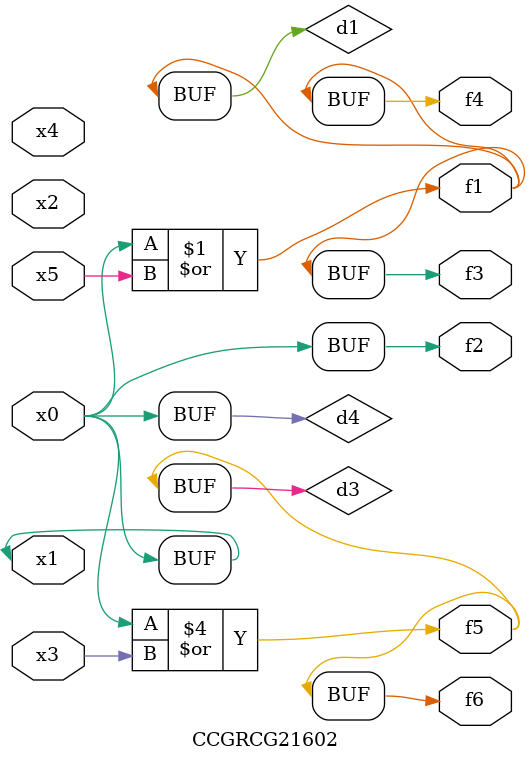
<source format=v>
module CCGRCG21602(
	input x0, x1, x2, x3, x4, x5,
	output f1, f2, f3, f4, f5, f6
);

	wire d1, d2, d3, d4;

	or (d1, x0, x5);
	xnor (d2, x1, x4);
	or (d3, x0, x3);
	buf (d4, x0, x1);
	assign f1 = d1;
	assign f2 = d4;
	assign f3 = d1;
	assign f4 = d1;
	assign f5 = d3;
	assign f6 = d3;
endmodule

</source>
